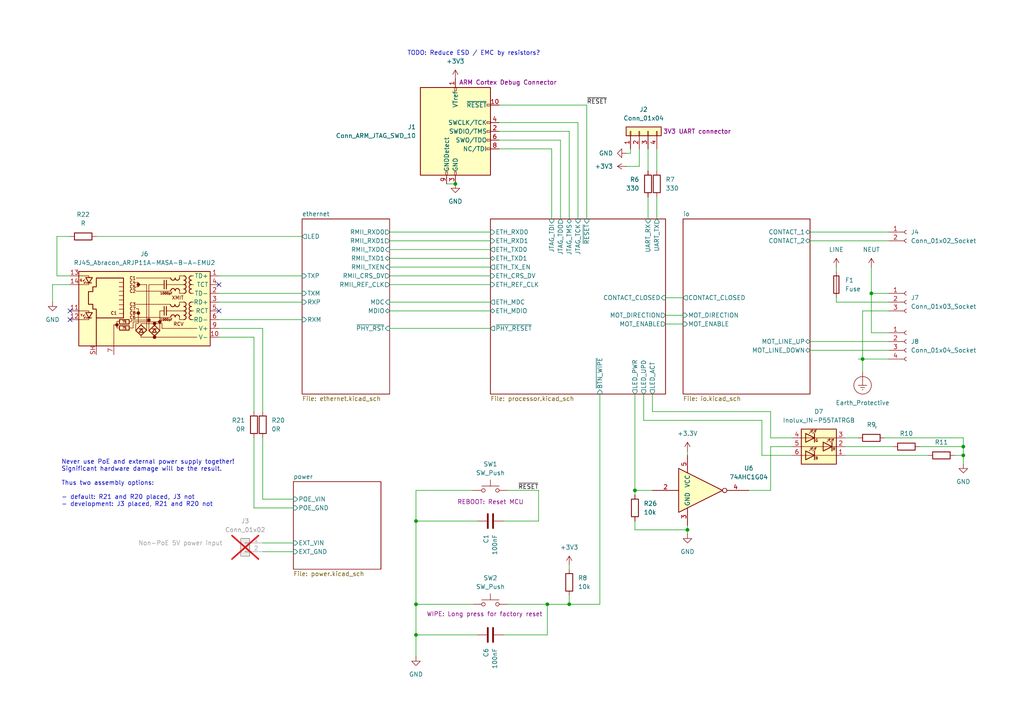
<source format=kicad_sch>
(kicad_sch (version 20250114) (generator "eeschema") (generator_version "9.0")
  (paper "A4")
  (title_block (title "iot-contact"))
  (lib_symbols
    (symbol "74xGxx:74AHC1G04"
      (property "Reference" "U" (at -2.54 3.81 0))
      (property "Value" "74AHC1G04" (at 0 -3.81 0))
      (symbol "74AHC1G04_0_1"
        (polyline (pts (xy -7.62 6.35) (xy -7.62 -6.35) (xy 5.08 0) (xy -7.62 6.35)) (stroke (width 0.254)) (fill (type background)))
      )
      (symbol "74AHC1G04_1_1"
        (pin input line (at -15.24 0 0) (length 7.62) (name "~") (number "2"))
        (pin power_in line (at -5.08 10.16 270) (length 5.08) (name "VCC") (number "5"))
        (pin power_in line (at -5.08 -10.16 90) (length 5.08) (name "GND") (number "3"))
        (pin output inverted (at 12.7 0 180) (length 7.62) (name "~") (number "4"))
      )
    )
    (symbol "Connector:Conn_01x02_Socket" (pin_names (offset 1.016) (hide yes))
      (property "Reference" "J" (at 0 2.54 0))
      (property "Value" "Conn_01x02_Socket" (at 0 -5.08 0))
      (symbol "Conn_01x02_Socket_1_1"
        (polyline (pts (xy -1.27 0) (xy -0.508 0)) (stroke (width 0.1524)))
        (polyline (pts (xy -1.27 -2.54) (xy -0.508 -2.54)) (stroke (width 0.1524)))
        (arc (start 0 -0.508) (mid -0.5058 0) (end 0 0.508) (stroke (width 0.1524)))
        (arc (start 0 -3.048) (mid -0.5058 -2.54) (end 0 -2.032) (stroke (width 0.1524)))
        (pin passive line (at -5.08 0 0) (length 3.81) (name "Pin_1") (number "1"))
        (pin passive line (at -5.08 -2.54 0) (length 3.81) (name "Pin_2") (number "2"))
      )
    )
    (symbol "Connector:Conn_01x03_Socket" (pin_names (offset 1.016) (hide yes))
      (property "Reference" "J" (at 0 5.08 0))
      (property "Value" "Conn_01x03_Socket" (at 0 -5.08 0))
      (symbol "Conn_01x03_Socket_1_1"
        (polyline (pts (xy -1.27 2.54) (xy -0.508 2.54)) (stroke (width 0.1524)))
        (polyline (pts (xy -1.27 0) (xy -0.508 0)) (stroke (width 0.1524)))
        (polyline (pts (xy -1.27 -2.54) (xy -0.508 -2.54)) (stroke (width 0.1524)))
        (arc (start 0 2.032) (mid -0.5058 2.54) (end 0 3.048) (stroke (width 0.1524)))
        (arc (start 0 -0.508) (mid -0.5058 0) (end 0 0.508) (stroke (width 0.1524)))
        (arc (start 0 -3.048) (mid -0.5058 -2.54) (end 0 -2.032) (stroke (width 0.1524)))
        (pin passive line (at -5.08 2.54 0) (length 3.81) (name "Pin_1") (number "1"))
        (pin passive line (at -5.08 0 0) (length 3.81) (name "Pin_2") (number "2"))
        (pin passive line (at -5.08 -2.54 0) (length 3.81) (name "Pin_3") (number "3"))
      )
    )
    (symbol "Connector:Conn_01x04_Socket" (pin_names (offset 1.016) (hide yes))
      (property "Reference" "J" (at 0 5.08 0))
      (property "Value" "Conn_01x04_Socket" (at 0 -7.62 0))
      (symbol "Conn_01x04_Socket_1_1"
        (polyline (pts (xy -1.27 2.54) (xy -0.508 2.54)) (stroke (width 0.1524)))
        (polyline (pts (xy -1.27 0) (xy -0.508 0)) (stroke (width 0.1524)))
        (polyline (pts (xy -1.27 -2.54) (xy -0.508 -2.54)) (stroke (width 0.1524)))
        (polyline (pts (xy -1.27 -5.08) (xy -0.508 -5.08)) (stroke (width 0.1524)))
        (arc (start 0 2.032) (mid -0.5058 2.54) (end 0 3.048) (stroke (width 0.1524)))
        (arc (start 0 -0.508) (mid -0.5058 0) (end 0 0.508) (stroke (width 0.1524)))
        (arc (start 0 -3.048) (mid -0.5058 -2.54) (end 0 -2.032) (stroke (width 0.1524)))
        (arc (start 0 -5.588) (mid -0.5058 -5.08) (end 0 -4.572) (stroke (width 0.1524)))
        (pin passive line (at -5.08 2.54 0) (length 3.81) (name "Pin_1") (number "1"))
        (pin passive line (at -5.08 0 0) (length 3.81) (name "Pin_2") (number "2"))
        (pin passive line (at -5.08 -2.54 0) (length 3.81) (name "Pin_3") (number "3"))
        (pin passive line (at -5.08 -5.08 0) (length 3.81) (name "Pin_4") (number "4"))
      )
    )
    (symbol "Connector:Conn_ARM_JTAG_SWD_10" (pin_names (offset 1.016))
      (property "Reference" "J" (at -2.54 16.51 0))
      (property "Value" "Conn_ARM_JTAG_SWD_10" (at -2.54 13.97 0))
      (symbol "Conn_ARM_JTAG_SWD_10_0_1"
        (rectangle (start -10.16 12.7) (end 10.16 -12.7) (stroke (width 0.254)) (fill (type background)))
        (rectangle (start -2.794 -12.7) (end -2.286 -11.684))
        (rectangle (start -0.254 12.7) (end 0.254 11.684))
        (rectangle (start -0.254 -12.7) (end 0.254 -11.684))
        (rectangle (start 9.144 2.286) (end 10.16 2.794))
        (rectangle (start 10.16 7.874) (end 9.144 7.366))
        (rectangle (start 10.16 -0.254) (end 9.144 0.254))
        (rectangle (start 10.16 -2.794) (end 9.144 -2.286))
      )
      (symbol "Conn_ARM_JTAG_SWD_10_1_1"
        (rectangle (start 9.144 -5.334) (end 10.16 -4.826))
        (pin no_connect line (at -10.16 0 0) (length 2.54) (hide yes) (name "KEY") (number "7"))
        (pin passive line (at -2.54 -15.24 90) (length 2.54) (name "GNDDetect") (number "9"))
        (pin power_in line (at 0 15.24 270) (length 2.54) (name "VTref") (number "1"))
        (pin power_in line (at 0 -15.24 90) (length 2.54) (name "GND") (number "3"))
        (pin passive line (at 0 -15.24 90) (length 2.54) (hide yes) (name "GND") (number "5"))
        (pin open_collector line (at 12.7 7.62 180) (length 2.54) (name "~{RESET}") (number "10"))
        (pin output line (at 12.7 2.54 180) (length 2.54) (name "SWCLK/TCK") (number "4"))
        (pin bidirectional line (at 12.7 0 180) (length 2.54) (name "SWDIO/TMS") (number "2"))
        (pin input line (at 12.7 -2.54 180) (length 2.54) (name "SWO/TDO") (number "6"))
        (pin output line (at 12.7 -5.08 180) (length 2.54) (name "NC/TDI") (number "8"))
      )
    )
    (symbol "Connector:RJ45_Abracon_ARJP11A-MASA-B-A-EMU2"
      (property "Reference" "J" (at 18.415 12.7 0))
      (property "Value" "RJ45_Abracon_ARJP11A-MASA-B-A-EMU2" (at -4.445 12.7 0))
      (symbol "RJ45_Abracon_ARJP11A-MASA-B-A-EMU2_0_0"
        (polyline (pts (xy -5.08 8.89) (xy -5.08 6.35)) (stroke (width 0.254)))
        (polyline (pts (xy -5.08 1.27) (xy -5.08 -1.27)) (stroke (width 0.254)))
        (polyline (pts (xy -4.445 8.89) (xy -4.445 6.35)) (stroke (width 0.254)))
        (polyline (pts (xy -4.445 1.27) (xy -4.445 -1.27)) (stroke (width 0.254)))
        (circle (center -3.175 -3.175) (radius 0.0001) (stroke (width 0.508)))
        (circle (center -1.651 -3.683) (radius 0.0001) (stroke (width 0.508)))
        (circle (center -1.651 -7.62) (radius 0.0001) (stroke (width 0.508)))
        (circle (center 0 -2.667) (radius 0.0001) (stroke (width 0.508)))
        (circle (center 3.048 7.62) (radius 0.0001) (stroke (width 0.508)))
        (circle (center 3.048 -0.635) (radius 0.0001) (stroke (width 0.508)))
        (polyline (pts (xy 3.683 8.255) (xy 3.048 8.255) (xy 3.048 6.985) (xy 3.683 6.985)))
        (polyline (pts (xy 3.683 0.635) (xy 3.048 0.635) (xy 3.048 -0.635) (xy 3.683 -0.635)))
        (polyline (pts (xy 8.636 -4.953) (xy 9.271 -4.953) (xy 9.271 -3.048) (xy 8.636 -3.048)))
        (polyline (pts (xy 9.271 -4.064) (xy 10.16 -4.064)))
        (circle (center 9.271 -4.064) (radius 0.0001) (stroke (width 0.508)))
        (polyline (pts (xy 17.399 9.652) (xy 17.399 10.16) (xy 20.32 10.16)))
        (polyline (pts (xy 17.399 -0.508) (xy 17.399 0) (xy 20.32 0)))
        (polyline (pts (xy 20.32 7.62) (xy 17.399 7.62) (xy 17.399 8.128)))
        (polyline (pts (xy 20.32 -2.54) (xy 17.399 -2.54) (xy 17.399 -2.032)))
        (text "XMIT" (at -10.16 3.81 0) (effects (font (size 1.016 1.016)) (justify left)))
        (text "RCV" (at -10.16 -3.81 0) (effects (font (size 1.016 1.016)) (justify left)))
        (text "C1" (at 4.699 9.525 0) (effects (font (size 0.889 0.889))))
        (text "C4" (at 4.699 8.255 0) (effects (font (size 0.889 0.889))))
        (text "C5" (at 4.699 6.985 0) (effects (font (size 0.889 0.889))))
        (text "C2" (at 4.699 5.715 0) (effects (font (size 0.889 0.889))))
        (text "C3" (at 4.699 1.905 0) (effects (font (size 0.889 0.889))))
        (text "C7" (at 4.699 0.635 0) (effects (font (size 0.889 0.889))))
        (text "C8" (at 4.699 -0.635 0) (effects (font (size 0.889 0.889))))
        (text "C6" (at 4.699 -1.905 0) (effects (font (size 0.889 0.889))))
        (text "C1" (at 10.16 -0.635 0) (effects (font (size 0.889 0.889))))
      )
      (symbol "RJ45_Abracon_ARJP11A-MASA-B-A-EMU2_0_1"
        (rectangle (start -17.78 11.43) (end 20.32 -10.16) (stroke (width 0.254)) (fill (type background)))
        (polyline (pts (xy -12.3163 10.16) (xy -12.9513 10.16)))
        (polyline (pts (xy -12.3163 7.62) (xy -12.9513 7.62)))
        (polyline (pts (xy -12.3163 5.08) (xy -12.9513 5.08)))
        (polyline (pts (xy -12.3163 2.54) (xy -12.9513 2.54)))
        (polyline (pts (xy -12.3163 0) (xy -12.9513 0)))
        (polyline (pts (xy -12.3163 -2.54) (xy -12.9513 -2.54)))
        (polyline (pts (xy -10.16 10.16) (xy -8.89 10.16) (xy -8.89 9.525)))
        (polyline (pts (xy -10.16 2.54) (xy -8.89 2.54) (xy -8.89 1.905)))
        (polyline (pts (xy -8.89 5.715) (xy -8.89 5.08) (xy -10.16 5.08)))
        (polyline (pts (xy -8.89 -1.905) (xy -8.89 -2.54) (xy -10.16 -2.54)))
        (polyline (pts (xy -6.35 9.525) (xy 3.683 9.525)))
        (polyline (pts (xy -6.35 5.715) (xy 3.683 5.715)))
        (polyline (pts (xy -6.35 -1.905) (xy 3.683 -1.905)))
        (polyline (pts (xy -6.223 1.905) (xy 3.683 1.905)))
        (polyline (pts (xy -5.08 7.62) (xy -10.16 7.62)))
        (polyline (pts (xy -5.08 0) (xy -10.16 0)))
        (polyline (pts (xy -4.445 7.62) (xy 0 7.62) (xy 0 -5.715)))
        (polyline (pts (xy -4.445 0) (xy -3.175 0) (xy -3.175 -5.715)))
        (polyline (pts (xy 7.366 5.715) (xy 8.636 5.715)))
        (polyline (pts (xy 7.366 4.445) (xy 8.636 4.445)))
        (polyline (pts (xy 7.366 3.175) (xy 8.636 3.175)))
        (polyline (pts (xy 7.366 1.778) (xy 8.636 1.778)))
        (polyline (pts (xy 7.366 0.508) (xy 8.636 0.508)))
        (polyline (pts (xy 8.636 8.255) (xy 7.366 8.255)))
        (polyline (pts (xy 8.636 6.985) (xy 7.366 6.985)))
        (polyline (pts (xy 8.636 -0.762) (xy 7.366 -0.762)))
      )
      (symbol "RJ45_Abracon_ARJP11A-MASA-B-A-EMU2_1_0"
        (text "1000pF" (at -5.08 5.08 0) (effects (font (size 0.635 0.635))))
        (text "1000pF" (at -5.08 -2.54 0) (effects (font (size 0.635 0.635))))
      )
      (symbol "RJ45_Abracon_ARJP11A-MASA-B-A-EMU2_1_1"
        (polyline (pts (xy -13.97 -5.08) (xy -3.81 -5.08)))
        (polyline (pts (xy -13.97 -7.62) (xy 2.286 -7.62)))
        (arc (start -12.3163 2.54) (mid -11.684 1.905) (end -12.3163 1.27) (stroke (width 0.254)))
        (arc (start -12.3136 10.16) (mid -11.6813 9.525) (end -12.3136 8.89) (stroke (width 0.254)))
        (arc (start -12.3136 1.27) (mid -11.6813 0.635) (end -12.3136 0) (stroke (width 0.254)))
        (arc (start -12.3136 0) (mid -11.6813 -0.635) (end -12.3136 -1.27) (stroke (width 0.254)))
        (arc (start -12.3136 -1.27) (mid -11.6813 -1.905) (end -12.3136 -2.54) (stroke (width 0.254)))
        (arc (start -12.3109 8.89) (mid -11.6786 8.255) (end -12.3109 7.62) (stroke (width 0.254)))
        (arc (start -12.3109 7.62) (mid -11.6786 6.985) (end -12.3109 6.35) (stroke (width 0.254)))
        (arc (start -12.3109 6.35) (mid -11.6786 5.715) (end -12.3109 5.08) (stroke (width 0.254)))
        (arc (start -10.1654 8.89) (mid -10.7977 9.525) (end -10.1654 10.16) (stroke (width 0.254)))
        (arc (start -10.1654 7.62) (mid -10.7977 8.255) (end -10.1654 8.89) (stroke (width 0.254)))
        (arc (start -10.1654 6.35) (mid -10.7977 6.985) (end -10.1654 7.62) (stroke (width 0.254)))
        (arc (start -10.1654 1.27) (mid -10.7977 1.905) (end -10.1654 2.54) (stroke (width 0.254)))
        (arc (start -10.1654 0) (mid -10.7977 0.635) (end -10.1654 1.27) (stroke (width 0.254)))
        (arc (start -10.1654 -1.27) (mid -10.7977 -0.635) (end -10.1654 0) (stroke (width 0.254)))
        (arc (start -10.1627 5.08) (mid -10.795 5.715) (end -10.1627 6.35) (stroke (width 0.254)))
        (arc (start -10.1627 -2.54) (mid -10.795 -1.905) (end -10.1627 -1.27) (stroke (width 0.254)))
        (arc (start -7.62 9.5223) (mid -8.255 8.89) (end -8.89 9.5223) (stroke (width 0.254)))
        (arc (start -8.89 5.8447) (mid -8.255 6.477) (end -7.62 5.8447) (stroke (width 0.254)))
        (arc (start -8.89 -1.7753) (mid -8.255 -1.143) (end -7.62 -1.7753) (stroke (width 0.254)))
        (arc (start -7.5565 1.8388) (mid -8.1915 1.2065) (end -8.8265 1.8388) (stroke (width 0.254)))
        (arc (start -6.35 9.525) (mid -6.985 8.8927) (end -7.62 9.525) (stroke (width 0.254)))
        (arc (start -7.62 5.8474) (mid -6.985 6.4797) (end -6.35 5.8474) (stroke (width 0.254)))
        (arc (start -7.62 -1.7726) (mid -6.985 -1.1403) (end -6.35 -1.7726) (stroke (width 0.254)))
        (arc (start -6.2865 1.8415) (mid -6.9215 1.2092) (end -7.5565 1.8415) (stroke (width 0.254)))
        (polyline (pts (xy -3.81 -5.08) (xy -3.81 -3.683) (xy -1.651 -3.683)))
        (polyline (pts (xy -2.159 -5.207) (xy -1.016 -5.207)) (stroke (width 0.254)))
        (polyline (pts (xy -2.159 -6.223) (xy -1.016 -6.223) (xy -1.651 -5.207) (xy -2.159 -6.223)) (stroke (width 0.254)))
        (polyline (pts (xy -1.905 -3.683) (xy -1.651 -3.683) (xy -1.651 -4.191)))
        (polyline (pts (xy -1.651 -3.683) (xy 2.286 -3.683) (xy 2.286 -4.064)))
        (polyline (pts (xy -1.651 -4.191) (xy -3.175 -5.715) (xy -1.651 -7.239) (xy 0 -5.715) (xy -1.651 -4.191)) (stroke (width 0.254)))
        (polyline (pts (xy -1.651 -7.239) (xy -1.651 -7.493)))
        (polyline (pts (xy 1.651 -5.207) (xy 2.794 -5.207)) (stroke (width 0.254)))
        (polyline (pts (xy 1.651 -6.223) (xy 2.794 -6.223) (xy 2.159 -5.207) (xy 1.651 -6.223)) (stroke (width 0.254)))
        (polyline (pts (xy 2.286 -4.064) (xy 0.635 -5.588) (xy 2.286 -7.112) (xy 3.81 -5.715) (xy 2.286 -4.064)) (stroke (width 0.254)))
        (polyline (pts (xy 2.286 -7.112) (xy 2.286 -7.62)))
        (polyline (pts (xy 3.048 7.62) (xy 0.635 7.62) (xy 0.635 -5.588)))
        (polyline (pts (xy 3.048 -0.508) (xy 3.048 -3.683) (xy 3.81 -3.683) (xy 3.81 -5.715)))
        (polyline (pts (xy 5.715 -3.175) (xy 5.08 -3.175) (xy 5.08 -2.667) (xy 0 -2.667)))
        (polyline (pts (xy 5.715 -4.953) (xy 4.572 -4.953) (xy 4.572 -3.175) (xy -3.175 -3.175)))
        (polyline (pts (xy 7.366 -2.032) (xy 7.366 9.525) (xy 15.24 9.525) (xy 15.24 6.985) (xy 16.256 6.985) (xy 16.256 5.588) (xy 17.526 5.588) (xy 17.526 1.905) (xy 16.256 1.905) (xy 16.256 0.508) (xy 15.24 0.508) (xy 15.24 -2.032) (xy 7.366 -2.032)) (stroke (width 0.254)))
        (rectangle (start 8.509 -3.81) (end 5.715 -2.54) (stroke (width 0.254)))
        (rectangle (start 8.509 -5.588) (end 5.715 -4.318) (stroke (width 0.254)))
        (polyline (pts (xy 10.16 -4.064) (xy 10.16 -10.16)))
        (polyline (pts (xy 15.24 -10.16) (xy 15.24 -2.032)) (stroke (width 0.254)))
        (polyline (pts (xy 18.161 8.128) (xy 16.637 8.128)) (stroke (width 0.254)))
        (polyline (pts (xy 18.161 -2.032) (xy 16.637 -2.032)) (stroke (width 0.254)))
        (polyline (pts (xy 18.288 9.652) (xy 16.383 9.652) (xy 17.399 8.128) (xy 18.288 9.652)) (stroke (width 0.254)))
        (polyline (pts (xy 18.288 8.509) (xy 18.796 8.001) (xy 18.542 8.001)))
        (polyline (pts (xy 18.288 -0.508) (xy 16.383 -0.508) (xy 17.399 -2.032) (xy 18.288 -0.508)) (stroke (width 0.254)))
        (polyline (pts (xy 18.288 -1.651) (xy 18.796 -2.159) (xy 18.542 -2.159)))
        (polyline (pts (xy 18.542 9.144) (xy 19.05 8.636) (xy 18.796 8.636)))
        (polyline (pts (xy 18.542 -1.016) (xy 19.05 -1.524) (xy 18.796 -1.524)))
        (polyline (pts (xy 18.796 8.001) (xy 18.796 8.255)))
        (polyline (pts (xy 18.796 -2.159) (xy 18.796 -1.905)))
        (polyline (pts (xy 19.05 8.636) (xy 19.05 8.89)))
        (polyline (pts (xy 19.05 -1.524) (xy 19.05 -1.27)))
        (text "75" (at 7.112 -3.175 0) (effects (font (size 0.635 0.635))))
        (text "75" (at 7.112 -4.953 0) (effects (font (size 0.635 0.635))))
        (text "Y" (at 19.558 -1.27 0) (effects (font (size 0.635 0.635))))
        (text "G" (at 19.685 8.89 0) (effects (font (size 0.635 0.635))))
        (pin passive line (at -20.32 10.16 0) (length 2.54) (name "TD+") (number "1"))
        (pin passive line (at -20.32 7.62 0) (length 2.54) (name "TCT") (number "4"))
        (pin passive line (at -20.32 5.08 0) (length 2.54) (name "TD-") (number "2"))
        (pin passive line (at -20.32 2.54 0) (length 2.54) (name "RD+") (number "3"))
        (pin passive line (at -20.32 0 0) (length 2.54) (name "RCT") (number "5"))
        (pin passive line (at -20.32 -2.54 0) (length 2.54) (name "RD-") (number "6"))
        (pin power_out line (at -20.32 -5.08 0) (length 2.54) (name "V+") (number "9"))
        (pin power_out line (at -20.32 -7.62 0) (length 2.54) (name "V-") (number "10"))
        (pin power_in line (at 10.16 -12.7 90) (length 2.54) (name "") (number "7"))
        (pin passive line (at 15.24 -12.7 90) (length 2.54) (name "") (number "SH"))
        (pin no_connect line (at 20.32 5.08 0) (length 0) (hide yes) (name "NC") (number "8"))
        (pin passive line (at 22.86 10.16 180) (length 2.54) (name "") (number "13"))
        (pin passive line (at 22.86 7.62 180) (length 2.54) (name "") (number "14"))
        (pin passive line (at 22.86 0 180) (length 2.54) (name "") (number "11"))
        (pin passive line (at 22.86 -2.54 180) (length 2.54) (name "") (number "12"))
      )
    )
    (symbol "Connector_Generic:Conn_01x02" (pin_names (offset 1.016) (hide yes))
      (property "Reference" "J" (at 0 2.54 0))
      (property "Value" "Conn_01x02" (at 0 -5.08 0))
      (symbol "Conn_01x02_1_1"
        (rectangle (start -1.27 1.27) (end 1.27 -3.81) (stroke (width 0.254)) (fill (type background)))
        (rectangle (start -1.27 0.127) (end 0 -0.127) (stroke (width 0.1524)))
        (rectangle (start -1.27 -2.413) (end 0 -2.667) (stroke (width 0.1524)))
        (pin passive line (at -5.08 0 0) (length 3.81) (name "Pin_1") (number "1"))
        (pin passive line (at -5.08 -2.54 0) (length 3.81) (name "Pin_2") (number "2"))
      )
    )
    (symbol "Connector_Generic:Conn_01x04" (pin_names (offset 1.016) (hide yes))
      (property "Reference" "J" (at 0 5.08 0))
      (property "Value" "Conn_01x04" (at 0 -7.62 0))
      (symbol "Conn_01x04_1_1"
        (rectangle (start -1.27 3.81) (end 1.27 -6.35) (stroke (width 0.254)) (fill (type background)))
        (rectangle (start -1.27 2.667) (end 0 2.413) (stroke (width 0.1524)))
        (rectangle (start -1.27 0.127) (end 0 -0.127) (stroke (width 0.1524)))
        (rectangle (start -1.27 -2.413) (end 0 -2.667) (stroke (width 0.1524)))
        (rectangle (start -1.27 -4.953) (end 0 -5.207) (stroke (width 0.1524)))
        (pin passive line (at -5.08 2.54 0) (length 3.81) (name "Pin_1") (number "1"))
        (pin passive line (at -5.08 0 0) (length 3.81) (name "Pin_2") (number "2"))
        (pin passive line (at -5.08 -2.54 0) (length 3.81) (name "Pin_3") (number "3"))
        (pin passive line (at -5.08 -5.08 0) (length 3.81) (name "Pin_4") (number "4"))
      )
    )
    (symbol "Device:C" (pin_numbers (hide yes)) (pin_names (offset 0.254))
      (property "Reference" "C" (at 0.635 2.54 0))
      (property "Value" "C" (at 0.635 -2.54 0))
      (symbol "C_0_1"
        (polyline (pts (xy -2.032 0.762) (xy 2.032 0.762)) (stroke (width 0.508)))
        (polyline (pts (xy -2.032 -0.762) (xy 2.032 -0.762)) (stroke (width 0.508)))
      )
      (symbol "C_1_1"
        (pin passive line (at 0 3.81 270) (length 2.794) (name "~") (number "1"))
        (pin passive line (at 0 -3.81 90) (length 2.794) (name "~") (number "2"))
      )
    )
    (symbol "Device:Fuse" (pin_numbers (hide yes)) (pin_names (offset 0))
      (property "Reference" "F" (at 2.032 0 90))
      (property "Value" "Fuse" (at -1.905 0 90))
      (symbol "Fuse_0_1"
        (rectangle (start -0.762 -2.54) (end 0.762 2.54) (stroke (width 0.254)))
        (polyline (pts (xy 0 2.54) (xy 0 -2.54)))
      )
      (symbol "Fuse_1_1"
        (pin passive line (at 0 3.81 270) (length 1.27) (name "~") (number "1"))
        (pin passive line (at 0 -3.81 90) (length 1.27) (name "~") (number "2"))
      )
    )
    (symbol "Device:R" (pin_numbers (hide yes)) (pin_names (offset 0))
      (property "Reference" "R" (at 2.032 0 90))
      (property "Value" "R" (at 0 0 90))
      (symbol "R_0_1"
        (rectangle (start -1.016 -2.54) (end 1.016 2.54) (stroke (width 0.254)))
      )
      (symbol "R_1_1"
        (pin passive line (at 0 3.81 270) (length 1.27) (name "~") (number "1"))
        (pin passive line (at 0 -3.81 90) (length 1.27) (name "~") (number "2"))
      )
    )
    (symbol "LED:Inolux_IN-P55TATRGB" (pin_names (hide yes))
      (property "Reference" "D" (at -5.08 6.35 0))
      (property "Value" "Inolux_IN-P55TATRGB" (at -5.08 -6.35 0))
      (symbol "Inolux_IN-P55TATRGB_0_0"
        (text "B" (at -0.635 -3.3274 0) (effects (font (size 0.762 0.762))))
      )
      (symbol "Inolux_IN-P55TATRGB_0_1"
        (rectangle (start -5.08 5.08) (end 5.08 -5.08) (stroke (width 0.254)) (fill (type background)))
        (polyline (pts (xy -5.08 2.54) (xy 5.08 2.54)))
        (polyline (pts (xy -5.08 0) (xy 5.08 0)))
        (polyline (pts (xy -5.08 -2.54) (xy 5.08 -2.54)))
        (polyline (pts (xy -3.81 3.81) (xy -3.81 1.27) (xy -1.27 2.54) (xy -3.81 3.81)) (stroke (width 0.254)))
        (polyline (pts (xy -3.81 -1.27) (xy -3.81 -3.81) (xy -1.27 -2.54) (xy -3.81 -1.27)) (stroke (width 0.254)))
        (polyline (pts (xy -2.794 3.81) (xy -1.778 4.826)))
        (polyline (pts (xy -2.794 -1.27) (xy -1.778 -0.254)))
        (polyline (pts (xy -2.54 4.572) (xy -1.778 4.826) (xy -2.032 4.064)))
        (polyline (pts (xy -2.032 -1.016) (xy -1.778 -0.254) (xy -2.54 -0.508)))
        (polyline (pts (xy -1.778 3.81) (xy -0.762 4.826)))
        (polyline (pts (xy -1.778 -1.27) (xy -0.762 -0.254)))
        (polyline (pts (xy -1.524 4.572) (xy -0.762 4.826) (xy -1.016 4.064)))
        (polyline (pts (xy -1.524 -0.508) (xy -0.762 -0.254) (xy -1.016 -1.016)))
        (polyline (pts (xy -1.27 3.81) (xy -1.27 1.27)) (stroke (width 0.254)))
        (polyline (pts (xy -1.27 -1.27) (xy -1.27 -3.81)) (stroke (width 0.254)))
        (polyline (pts (xy 1.27 1.27) (xy 1.27 -1.27) (xy 3.81 0) (xy 1.27 1.27)) (stroke (width 0.254)))
        (polyline (pts (xy 2.286 1.27) (xy 3.302 2.286)))
        (polyline (pts (xy 3.048 1.524) (xy 3.302 2.286) (xy 2.54 2.032)))
        (polyline (pts (xy 3.302 1.27) (xy 4.318 2.286)))
        (polyline (pts (xy 3.556 2.032) (xy 4.318 2.286) (xy 4.064 1.524)))
        (polyline (pts (xy 3.81 1.27) (xy 3.81 -1.27)) (stroke (width 0.254)))
      )
      (symbol "Inolux_IN-P55TATRGB_1_0"
        (text "G" (at -0.635 1.8034 0) (effects (font (size 0.762 0.762))))
        (text "R" (at 4.4196 -0.7112 0) (effects (font (size 0.762 0.762))))
      )
      (symbol "Inolux_IN-P55TATRGB_1_1"
        (pin passive line (at -7.62 2.54 0) (length 2.54) (name "AG") (number "4"))
        (pin passive line (at -7.62 0 0) (length 2.54) (name "AR") (number "5"))
        (pin passive line (at -7.62 -2.54 0) (length 2.54) (name "AB") (number "6"))
        (pin passive line (at 7.62 2.54 180) (length 2.54) (name "KG") (number "3"))
        (pin passive line (at 7.62 0 180) (length 2.54) (name "KR") (number "2"))
        (pin passive line (at 7.62 -2.54 180) (length 2.54) (name "KB") (number "1"))
      )
    )
    (symbol "Switch:SW_Push" (pin_numbers (hide yes)) (pin_names (offset 1.016) (hide yes))
      (property "Reference" "SW" (at 1.27 2.54 0))
      (property "Value" "SW_Push" (at 0 -1.524 0))
      (symbol "SW_Push_0_1"
        (circle (center -2.032 0) (radius 0.508))
        (polyline (pts (xy 0 1.27) (xy 0 3.048)))
        (circle (center 2.032 0) (radius 0.508))
        (polyline (pts (xy 2.54 1.27) (xy -2.54 1.27)))
        (pin passive line (at -5.08 0 0) (length 2.54) (name "1") (number "1"))
        (pin passive line (at 5.08 0 180) (length 2.54) (name "2") (number "2"))
      )
    )
    (symbol "power:+3.3V" (power) (pin_numbers (hide yes)) (pin_names (offset 0) (hide yes))
      (property "Value" "+3.3V" (at 0 3.556 0))
      (symbol "+3.3V_0_1"
        (polyline (pts (xy -0.762 1.27) (xy 0 2.54)))
        (polyline (pts (xy 0 2.54) (xy 0.762 1.27)))
        (polyline (pts (xy 0 0) (xy 0 2.54)))
      )
      (symbol "+3.3V_1_1"
        (pin power_in line (at 0 0 90) (length 0) (name "~") (number "1"))
      )
    )
    (symbol "power:+3V3" (power) (pin_numbers (hide yes)) (pin_names (offset 0) (hide yes))
      (property "Value" "+3V3" (at 0 3.556 0))
      (symbol "+3V3_0_1"
        (polyline (pts (xy -0.762 1.27) (xy 0 2.54)))
        (polyline (pts (xy 0 2.54) (xy 0.762 1.27)))
        (polyline (pts (xy 0 0) (xy 0 2.54)))
      )
      (symbol "+3V3_1_1"
        (pin power_in line (at 0 0 90) (length 0) (name "~") (number "1"))
      )
    )
    (symbol "power:Earth_Protective" (power) (pin_numbers (hide yes)) (pin_names (offset 0) (hide yes))
      (property "Value" "Earth_Protective" (at 0 -7.62 0))
      (symbol "Earth_Protective_0_1"
        (polyline (pts (xy -0.635 -4.445) (xy 0.635 -4.445)))
        (polyline (pts (xy -0.127 -5.08) (xy 0.127 -5.08)))
        (polyline (pts (xy 0 -3.81) (xy 0 0)))
        (circle (center 0 -3.81) (radius 2.54))
        (polyline (pts (xy 1.27 -3.81) (xy -1.27 -3.81)))
      )
      (symbol "Earth_Protective_1_1"
        (pin power_in line (at 0 0 270) (length 0) (name "~") (number "1"))
      )
    )
    (symbol "power:GND" (power) (pin_numbers (hide yes)) (pin_names (offset 0) (hide yes))
      (property "Value" "GND" (at 0 -3.81 0))
      (symbol "GND_0_1"
        (polyline (pts (xy 0 0) (xy 0 -1.27) (xy 1.27 -1.27) (xy 0 -2.54) (xy -1.27 -1.27) (xy 0 -1.27)))
      )
      (symbol "GND_1_1"
        (pin power_in line (at 0 0 270) (length 0) (name "~") (number "1"))
      )
    )
    (symbol "power:LINE" (power) (pin_numbers (hide yes)) (pin_names (offset 0) (hide yes))
      (property "Value" "LINE" (at 0 3.556 0))
      (symbol "LINE_0_1"
        (polyline (pts (xy -0.762 1.27) (xy 0 2.54)))
        (polyline (pts (xy 0 2.54) (xy 0.762 1.27)))
        (polyline (pts (xy 0 0) (xy 0 2.54)))
      )
      (symbol "LINE_1_1"
        (pin power_in line (at 0 0 90) (length 0) (name "~") (number "1"))
      )
    )
    (symbol "power:NEUT" (power) (pin_numbers (hide yes)) (pin_names (offset 0) (hide yes))
      (property "Value" "NEUT" (at 0 3.556 0))
      (symbol "NEUT_0_1"
        (polyline (pts (xy -0.762 1.27) (xy 0 2.54)))
        (polyline (pts (xy 0 2.54) (xy 0.762 1.27)))
        (polyline (pts (xy 0 0) (xy 0 2.54)))
      )
      (symbol "NEUT_1_1"
        (pin power_in line (at 0 0 90) (length 0) (name "~") (number "1"))
      )
    )
  )
  (text "Never use PoE and external power supply together!\nSignificant hardware damage will be the result.\n\nThus two assembly options:\n\n- default: R21 and R20 placed, J3 not\n- development: J3 placed, R21 and R20 not" (at 17.78 140.208 0) (effects (font (size 1.27 1.27)) (justify left)))
  (text "TODO: Reduce ESD / EMC by resistors?" (at 137.414 15.494 0) (effects (font (size 1.27 1.27))))
  (junction (at 199.39 153.67))
  (junction (at 120.65 184.15))
  (junction (at 250.19 104.14))
  (junction (at 120.65 175.26))
  (junction (at 279.4 129.54))
  (junction (at 165.1 175.26))
  (junction (at 184.15 142.24))
  (junction (at 120.65 151.13))
  (junction (at 158.75 175.26))
  (junction (at 279.4 132.08))
  (junction (at 252.73 85.09))
  (junction (at 132.08 53.34))
  (no_connect (at 63.5 90.17))
  (no_connect (at 63.5 82.55))
  (no_connect (at 20.32 90.17))
  (no_connect (at 20.32 92.71))
  (wire (pts (xy 162.56 40.64) (xy 162.56 63.5)))
  (wire (pts (xy 184.15 142.24) (xy 189.23 142.24)))
  (wire (pts (xy 190.5 57.15) (xy 190.5 63.5)))
  (wire (pts (xy 220.98 121.92) (xy 220.98 132.08)))
  (wire (pts (xy 120.65 175.26) (xy 137.16 175.26)))
  (wire (pts (xy 120.65 175.26) (xy 120.65 184.15)))
  (wire (pts (xy 234.95 99.06) (xy 257.81 99.06)))
  (wire (pts (xy 257.81 96.52) (xy 252.73 96.52)))
  (wire (pts (xy 113.03 69.85) (xy 142.24 69.85)))
  (wire (pts (xy 76.2 127) (xy 76.2 144.78)))
  (wire (pts (xy 217.17 142.24) (xy 223.52 142.24)))
  (wire (pts (xy 223.52 127) (xy 229.87 127)))
  (wire (pts (xy 250.19 104.14) (xy 248.92 104.14)))
  (wire (pts (xy 234.95 67.31) (xy 257.81 67.31)))
  (wire (pts (xy 113.03 74.93) (xy 142.24 74.93)))
  (wire (pts (xy 266.7 129.54) (xy 279.4 129.54)))
  (wire (pts (xy 146.05 151.13) (xy 156.21 151.13)))
  (wire (pts (xy 185.42 48.26) (xy 181.61 48.26)))
  (wire (pts (xy 158.75 184.15) (xy 158.75 175.26)))
  (wire (pts (xy 245.11 127) (xy 248.92 127)))
  (wire (pts (xy 199.39 153.67) (xy 199.39 154.94)))
  (wire (pts (xy 147.32 175.26) (xy 158.75 175.26)))
  (wire (pts (xy 113.03 95.25) (xy 142.24 95.25)))
  (wire (pts (xy 220.98 132.08) (xy 229.87 132.08)))
  (wire (pts (xy 279.4 132.08) (xy 279.4 134.62)))
  (wire (pts (xy 20.32 82.55) (xy 15.24 82.55)))
  (wire (pts (xy 144.78 35.56) (xy 167.64 35.56)))
  (wire (pts (xy 165.1 175.26) (xy 158.75 175.26)))
  (wire (pts (xy 193.04 86.36) (xy 198.12 86.36)))
  (wire (pts (xy 144.78 30.48) (xy 170.18 30.48)))
  (wire (pts (xy 223.52 129.54) (xy 229.87 129.54)))
  (wire (pts (xy 170.18 30.48) (xy 170.18 63.5)))
  (wire (pts (xy 16.51 68.58) (xy 16.51 80.01)))
  (wire (pts (xy 173.99 114.3) (xy 173.99 175.26)))
  (wire (pts (xy 27.94 68.58) (xy 87.63 68.58)))
  (wire (pts (xy 120.65 142.24) (xy 120.65 151.13)))
  (wire (pts (xy 184.15 142.24) (xy 184.15 143.51)))
  (wire (pts (xy 184.15 114.3) (xy 184.15 142.24)))
  (wire (pts (xy 113.03 77.47) (xy 142.24 77.47)))
  (wire (pts (xy 223.52 119.38) (xy 223.52 127)))
  (wire (pts (xy 234.95 69.85) (xy 257.81 69.85)))
  (wire (pts (xy 186.69 114.3) (xy 186.69 121.92)))
  (wire (pts (xy 129.54 53.34) (xy 132.08 53.34)))
  (wire (pts (xy 189.23 119.38) (xy 223.52 119.38)))
  (wire (pts (xy 16.51 80.01) (xy 20.32 80.01)))
  (wire (pts (xy 144.78 40.64) (xy 162.56 40.64)))
  (wire (pts (xy 279.4 129.54) (xy 279.4 132.08)))
  (wire (pts (xy 73.66 97.79) (xy 73.66 119.38)))
  (wire (pts (xy 184.15 153.67) (xy 199.39 153.67)))
  (wire (pts (xy 276.86 132.08) (xy 279.4 132.08)))
  (wire (pts (xy 181.61 44.45) (xy 182.88 44.45)))
  (wire (pts (xy 252.73 85.09) (xy 257.81 85.09)))
  (wire (pts (xy 199.39 152.4) (xy 199.39 153.67)))
  (wire (pts (xy 187.96 57.15) (xy 187.96 63.5)))
  (wire (pts (xy 63.5 95.25) (xy 76.2 95.25)))
  (wire (pts (xy 120.65 151.13) (xy 120.65 175.26)))
  (wire (pts (xy 63.5 92.71) (xy 87.63 92.71)))
  (wire (pts (xy 189.23 114.3) (xy 189.23 119.38)))
  (wire (pts (xy 242.57 77.47) (xy 242.57 78.74)))
  (wire (pts (xy 250.19 104.14) (xy 250.19 90.17)))
  (wire (pts (xy 185.42 43.18) (xy 185.42 48.26)))
  (wire (pts (xy 252.73 85.09) (xy 252.73 96.52)))
  (wire (pts (xy 144.78 43.18) (xy 160.02 43.18)))
  (wire (pts (xy 120.65 151.13) (xy 138.43 151.13)))
  (wire (pts (xy 223.52 142.24) (xy 223.52 129.54)))
  (wire (pts (xy 165.1 163.83) (xy 165.1 165.1)))
  (wire (pts (xy 187.96 43.18) (xy 187.96 49.53)))
  (wire (pts (xy 165.1 172.72) (xy 165.1 175.26)))
  (wire (pts (xy 182.88 44.45) (xy 182.88 43.18)))
  (wire (pts (xy 120.65 184.15) (xy 120.65 190.5)))
  (wire (pts (xy 76.2 160.02) (xy 85.09 160.02)))
  (wire (pts (xy 165.1 38.1) (xy 165.1 63.5)))
  (wire (pts (xy 113.03 67.31) (xy 142.24 67.31)))
  (wire (pts (xy 256.54 127) (xy 279.4 127)))
  (wire (pts (xy 73.66 127) (xy 73.66 147.32)))
  (wire (pts (xy 63.5 97.79) (xy 73.66 97.79)))
  (wire (pts (xy 190.5 43.18) (xy 190.5 49.53)))
  (wire (pts (xy 193.04 91.44) (xy 198.12 91.44)))
  (wire (pts (xy 76.2 144.78) (xy 85.09 144.78)))
  (wire (pts (xy 113.03 80.01) (xy 142.24 80.01)))
  (wire (pts (xy 173.99 175.26) (xy 165.1 175.26)))
  (wire (pts (xy 167.64 35.56) (xy 167.64 63.5)))
  (wire (pts (xy 63.5 80.01) (xy 87.63 80.01)))
  (wire (pts (xy 184.15 151.13) (xy 184.15 153.67)))
  (wire (pts (xy 250.19 104.14) (xy 257.81 104.14)))
  (wire (pts (xy 250.19 107.95) (xy 250.19 104.14)))
  (wire (pts (xy 113.03 87.63) (xy 142.24 87.63)))
  (wire (pts (xy 113.03 90.17) (xy 142.24 90.17)))
  (wire (pts (xy 144.78 38.1) (xy 165.1 38.1)))
  (wire (pts (xy 250.19 90.17) (xy 257.81 90.17)))
  (wire (pts (xy 252.73 77.47) (xy 252.73 85.09)))
  (wire (pts (xy 160.02 43.18) (xy 160.02 63.5)))
  (wire (pts (xy 242.57 86.36) (xy 242.57 87.63)))
  (wire (pts (xy 76.2 157.48) (xy 85.09 157.48)))
  (wire (pts (xy 113.03 82.55) (xy 142.24 82.55)))
  (wire (pts (xy 120.65 142.24) (xy 137.16 142.24)))
  (wire (pts (xy 186.69 121.92) (xy 220.98 121.92)))
  (wire (pts (xy 245.11 129.54) (xy 259.08 129.54)))
  (wire (pts (xy 193.04 93.98) (xy 198.12 93.98)))
  (wire (pts (xy 73.66 147.32) (xy 85.09 147.32)))
  (wire (pts (xy 234.95 101.6) (xy 257.81 101.6)))
  (wire (pts (xy 279.4 127) (xy 279.4 129.54)))
  (wire (pts (xy 199.39 130.81) (xy 199.39 132.08)))
  (wire (pts (xy 147.32 142.24) (xy 156.21 142.24)))
  (wire (pts (xy 20.32 68.58) (xy 16.51 68.58)))
  (wire (pts (xy 146.05 184.15) (xy 158.75 184.15)))
  (wire (pts (xy 113.03 72.39) (xy 142.24 72.39)))
  (wire (pts (xy 242.57 87.63) (xy 257.81 87.63)))
  (wire (pts (xy 15.24 82.55) (xy 15.24 87.63)))
  (wire (pts (xy 76.2 95.25) (xy 76.2 119.38)))
  (wire (pts (xy 138.43 184.15) (xy 120.65 184.15)))
  (wire (pts (xy 63.5 85.09) (xy 87.63 85.09)))
  (wire (pts (xy 245.11 132.08) (xy 269.24 132.08)))
  (wire (pts (xy 156.21 151.13) (xy 156.21 142.24)))
  (wire (pts (xy 63.5 87.63) (xy 87.63 87.63)))
  (label "~{RESET}" (at 170.18 30.48 0))
  (label "~{RESET}" (at 156.21 142.24 180))
  (symbol (lib_id "Device:R") (at 273.05 132.08 270) (unit 1)
    (property "Reference" "R11" (at 273.05 128.27 90))
    (property "Description" "Resistor" (effects (hide yes)))
  )
  (symbol (lib_id "Connector:RJ45_Abracon_ARJP11A-MASA-B-A-EMU2") (at 43.18 90.17 0) (mirror y) (unit 1)
    (property "Reference" "J6" (at 41.91 73.66 0))
    (property "Value" "RJ45_Abracon_ARJP11A-MASA-B-A-EMU2" (at 41.91 76.2 0))
    (property "Footprint" "Connector_RJ:RJ45_Abracon_ARJP11A-MA_Horizontal" (effects (hide yes)))
    (property "Datasheet" "https://abracon.com/Magnetics/lan/ARJP11A.PDF" (effects (hide yes)))
    (property "Description" "RJ45 PoE 10/100 Base-TX Jack with Magnetic Module" (effects (hide yes)))
  )
  (symbol (lib_id "Switch:SW_Push") (at 142.24 142.24 0) (mirror y) (unit 1)
    (property "Reference" "SW1" (at 142.24 134.62 0))
    (property "Value" "SW_Push" (at 142.24 137.16 0))
    (property "Footprint" "Button_Switch_SMD:SW_SPST_TL3305B" (effects (hide yes)))
    (property "Datasheet" "https://www.e-switch.com/wp-content/uploads/2024/08/TL3305.pdf" (effects (hide yes)))
    (property "Description" "REBOOT: Reset MCU" (at 132.588 145.542 0) (effects (justify right)))
    (property "MPN" "TL3305BF260QG" (effects (hide yes)))
    (property "Manufacturer" "E-Switch" (effects (hide yes)))
  )
  (symbol (lib_id "Connector:Conn_01x04_Socket") (at 262.89 99.06 0) (unit 1)
    (property "Reference" "J8" (at 264.16 99.0599 0) (effects (justify left)))
    (property "Value" "Conn_01x04_Socket" (at 264.16 101.5999 0) (effects (justify left)))
    (property "Footprint" "TerminalBlock_WAGO:TerminalBlock_WAGO_236-404_1x04_P5.00mm_45Degree" (effects (hide yes)))
    (property "Description" "Generic connector, single row, 01x04, script generated" (effects (hide yes)))
  )
  (symbol (lib_id "Device:R") (at 76.2 123.19 0) (unit 1)
    (property "Reference" "R20" (at 78.74 121.9199 0) (effects (justify left)))
    (property "Value" "0R" (at 78.74 124.4599 0) (effects (justify left)))
    (property "Description" "Resistor" (effects (hide yes)))
  )
  (symbol (lib_id "Device:R") (at 190.5 53.34 0) (unit 1)
    (property "Reference" "R7" (at 193.04 52.0699 0) (effects (justify left)))
    (property "Value" "330" (at 193.04 54.6099 0) (effects (justify left)))
    (property "Description" "Resistor" (effects (hide yes)))
  )
  (symbol (lib_id "Switch:SW_Push") (at 142.24 175.26 0) (mirror y) (unit 1)
    (property "Reference" "SW2" (at 142.24 167.64 0))
    (property "Value" "SW_Push" (at 142.24 170.18 0))
    (property "Footprint" "Button_Switch_SMD:SW_SPST_TL3305B" (effects (hide yes)))
    (property "Datasheet" "https://www.e-switch.com/wp-content/uploads/2024/08/TL3305.pdf" (effects (hide yes)))
    (property "Description" "WIPE: Long press for factory reset" (at 123.698 178.054 0) (effects (justify right)))
    (property "MPN" "TL3305BF260QG" (effects (hide yes)))
    (property "Manufacturer" "E-Switch" (effects (hide yes)))
  )
  (symbol (lib_id "Connector_Generic:Conn_01x04") (at 185.42 38.1 90) (unit 1)
    (property "Reference" "J2" (at 186.69 31.75 90))
    (property "Value" "Conn_01x04" (at 186.69 34.29 90))
    (property "Footprint" "Connector_PinHeader_2.54mm:PinHeader_1x04_P2.54mm_Vertical" (effects (hide yes)))
    (property "Description" "3V3 UART connector" (at 202.184 38.1 90))
  )
  (symbol (lib_id "LED:Inolux_IN-P55TATRGB") (at 237.49 129.54 0) (unit 1)
    (property "Reference" "D7" (at 237.49 119.38 0))
    (property "Value" "Inolux_IN-P55TATRGB" (at 237.49 121.92 0))
    (property "Footprint" "LED_SMD:LED_Inolux_IN-P55TATRGB_PLCC6_5.0x5.5mm_P1.8mm" (effects (hide yes)))
    (property "Datasheet" "https://www.inolux-corp.com/datasheet/SMDLED/RGB%20Top%20View/IN-P55TATRGB.pdf" (effects (hide yes)))
    (property "Description" "Inolux RGB LED, PLCC-6" (effects (hide yes)))
  )
  (symbol (lib_id "Device:R") (at 73.66 123.19 0) (unit 1)
    (property "Reference" "R21" (at 71.12 121.9199 0) (effects (justify right)))
    (property "Value" "0R" (at 71.12 124.4599 0) (effects (justify right)))
    (property "Description" "Resistor" (effects (hide yes)))
  )
  (symbol (lib_id "74xGxx:74AHC1G04") (at 204.47 142.24 0) (unit 1)
    (property "Reference" "U6" (at 217.17 135.8198 0))
    (property "Value" "74AHC1G04" (at 217.17 138.3598 0))
    (property "Datasheet" "http://www.ti.com/lit/sg/scyt129e/scyt129e.pdf" (effects (hide yes)))
    (property "Description" "Single NOT Gate, Low-Voltage CMOS" (effects (hide yes)))
  )
  (symbol (lib_id "Connector:Conn_01x03_Socket") (at 262.89 87.63 0) (unit 1)
    (property "Reference" "J7" (at 264.16 86.3599 0) (effects (justify left)))
    (property "Value" "Conn_01x03_Socket" (at 264.16 88.8999 0) (effects (justify left)))
    (property "Footprint" "TerminalBlock_WAGO:TerminalBlock_WAGO_236-403_1x03_P5.00mm_45Degree" (effects (hide yes)))
    (property "Description" "Generic connector, single row, 01x03, script generated" (effects (hide yes)))
  )
  (symbol (lib_id "power:GND") (at 199.39 154.94 0) (unit 1)
    (property "Reference" "#PWR039" (effects (hide yes)))
    (property "Value" "GND" (at 199.39 160.02 0))
    (property "Description" "Power symbol creates a global label with name \"GND\" , ground" (effects (hide yes)))
  )
  (symbol (lib_id "Device:R") (at 165.1 168.91 0) (unit 1)
    (property "Reference" "R8" (at 167.64 167.6399 0) (effects (justify left)))
    (property "Value" "10k" (at 167.64 170.1799 0) (effects (justify left)))
    (property "Description" "Resistor" (effects (hide yes)))
  )
  (symbol (lib_id "power:NEUT") (at 252.73 77.47 0) (unit 1)
    (property "Reference" "#PWR027" (effects (hide yes)))
    (property "Value" "NEUT" (at 252.73 72.39 0))
    (property "Description" "Power symbol creates a global label with name \"NEUT\"" (effects (hide yes)))
  )
  (symbol (lib_id "Connector:Conn_ARM_JTAG_SWD_10") (at 132.08 38.1 0) (unit 1)
    (property "Reference" "J1" (at 120.65 36.8299 0) (effects (justify right)))
    (property "Value" "Conn_ARM_JTAG_SWD_10" (at 120.65 39.3699 0) (effects (justify right)))
    (property "Datasheet" "https://mm.digikey.com/Volume0/opasdata/d220001/medias/docus/6209/ftsh-1xx-xx-xxx-dv-xxx-xxx-x-xx-mkt.pdf" (effects (hide yes)))
    (property "Description" "ARM Cortex Debug Connector" (at 147.32 23.876 0))
    (property "MPN" "FTSH-105-01-L-DV-007-K-TR" (effects (hide yes)))
    (property "Manufacturer" "samtec" (effects (hide yes)))
  )
  (symbol (lib_id "power:+3.3V") (at 199.39 130.81 0) (unit 1)
    (property "Reference" "#PWR040" (effects (hide yes)))
    (property "Value" "+3.3V" (at 199.39 125.73 0))
    (property "Description" "Power symbol creates a global label with name \"+3.3V\"" (effects (hide yes)))
  )
  (symbol (lib_id "Device:Fuse") (at 242.57 82.55 0) (unit 1)
    (property "Reference" "F1" (at 245.11 81.2799 0) (effects (justify left)))
    (property "Value" "Fuse" (at 245.11 83.8199 0) (effects (justify left)))
    (property "Description" "Fuse" (effects (hide yes)))
  )
  (symbol (lib_id "Connector_Generic:Conn_01x02") (at 71.12 157.48 0) (mirror y) (unit 1) (dnp yes)
    (property "Reference" "J3" (at 71.12 151.13 0))
    (property "Value" "Conn_01x02" (at 71.12 153.67 0))
    (property "Footprint" "Connector_PinHeader_2.54mm:PinHeader_1x02_P2.54mm_Vertical" (effects (hide yes)))
    (property "Description" "Non-PoE 5V power input" (at 52.324 157.48 0))
  )
  (symbol (lib_id "power:GND") (at 120.65 190.5 0) (unit 1)
    (property "Reference" "#PWR04" (effects (hide yes)))
    (property "Value" "GND" (at 120.65 195.58 0))
    (property "Description" "Power symbol creates a global label with name \"GND\" , ground" (effects (hide yes)))
  )
  (symbol (lib_id "power:+3V3") (at 181.61 48.26 90) (unit 1)
    (property "Reference" "#PWR06" (effects (hide yes)))
    (property "Value" "+3V3" (at 177.8 48.2599 90) (effects (justify left)))
    (property "Description" "Power symbol creates a global label with name \"+3V3\"" (effects (hide yes)))
  )
  (symbol (lib_id "power:+3V3") (at 165.1 163.83 0) (unit 1)
    (property "Reference" "#PWR013" (effects (hide yes)))
    (property "Value" "+3V3" (at 165.1 158.75 0))
    (property "Description" "Power symbol creates a global label with name \"+3V3\"" (effects (hide yes)))
  )
  (symbol (lib_id "Device:R") (at 252.73 127 90) (unit 1)
    (property "Reference" "R9" (at 252.73 123.19 90))
    (property "Value" "~" (at 253.9999 124.46 0) (effects (justify left)))
    (property "Description" "Resistor" (effects (hide yes)))
  )
  (symbol (lib_id "Device:R") (at 187.96 53.34 0) (mirror y) (unit 1)
    (property "Reference" "R6" (at 185.42 52.0699 0) (effects (justify left)))
    (property "Value" "330" (at 185.42 54.6099 0) (effects (justify left)))
    (property "Description" "Resistor" (effects (hide yes)))
  )
  (symbol (lib_id "power:GND") (at 132.08 53.34 0) (unit 1)
    (property "Reference" "#PWR02" (effects (hide yes)))
    (property "Value" "GND" (at 132.08 58.42 0))
    (property "Description" "Power symbol creates a global label with name \"GND\" , ground" (effects (hide yes)))
  )
  (symbol (lib_id "Device:R") (at 184.15 147.32 0) (unit 1)
    (property "Reference" "R26" (at 186.69 146.0499 0) (effects (justify left)))
    (property "Value" "10k" (at 186.69 148.5899 0) (effects (justify left)))
    (property "Description" "Resistor" (effects (hide yes)))
  )
  (symbol (lib_id "power:GND") (at 279.4 134.62 0) (unit 1)
    (property "Reference" "#PWR03" (effects (hide yes)))
    (property "Value" "GND" (at 279.4 139.7 0))
    (property "Description" "Power symbol creates a global label with name \"GND\" , ground" (effects (hide yes)))
  )
  (symbol (lib_id "power:Earth_Protective") (at 250.19 107.95 0) (unit 1)
    (property "Reference" "#PWR028" (effects (hide yes)))
    (property "Value" "Earth_Protective" (at 250.19 116.84 0))
    (property "Description" "Power symbol creates a global label with name \"Earth_Protective\"" (effects (hide yes)))
  )
  (symbol (lib_id "Connector:Conn_01x02_Socket") (at 262.89 67.31 0) (unit 1)
    (property "Reference" "J4" (at 264.16 67.3099 0) (effects (justify left)))
    (property "Value" "Conn_01x02_Socket" (at 264.16 69.8499 0) (effects (justify left)))
    (property "Footprint" "TerminalBlock_WAGO:TerminalBlock_WAGO_236-402_1x02_P5.00mm_45Degree" (effects (hide yes)))
    (property "Description" "Generic connector, single row, 01x02, script generated" (effects (hide yes)))
  )
  (symbol (lib_id "power:GND") (at 181.61 44.45 270) (unit 1)
    (property "Reference" "#PWR05" (effects (hide yes)))
    (property "Value" "GND" (at 177.8 44.4499 90) (effects (justify right)))
    (property "Description" "Power symbol creates a global label with name \"GND\" , ground" (effects (hide yes)))
  )
  (symbol (lib_id "Device:C") (at 142.24 151.13 90) (mirror x) (unit 1)
    (property "Reference" "C1" (at 140.9699 154.94 0) (effects (justify left)))
    (property "Value" "100nF" (at 143.5099 154.94 0) (effects (justify left)))
    (property "Description" "Unpolarized capacitor" (effects (hide yes)))
  )
  (symbol (lib_id "Device:C") (at 142.24 184.15 90) (mirror x) (unit 1)
    (property "Reference" "C6" (at 140.9699 187.96 0) (effects (justify left)))
    (property "Value" "100nF" (at 143.5099 187.96 0) (effects (justify left)))
    (property "Description" "Unpolarized capacitor" (effects (hide yes)))
  )
  (symbol (lib_id "power:GND") (at 15.24 87.63 0) (unit 1)
    (property "Reference" "#PWR08" (effects (hide yes)))
    (property "Value" "GND" (at 15.24 92.71 0))
    (property "Description" "Power symbol creates a global label with name \"GND\" , ground" (effects (hide yes)))
  )
  (symbol (lib_id "power:LINE") (at 242.57 77.47 0) (unit 1)
    (property "Reference" "#PWR029" (effects (hide yes)))
    (property "Value" "LINE" (at 242.57 72.39 0))
    (property "Description" "Power symbol creates a global label with name \"LINE\"" (effects (hide yes)))
  )
  (symbol (lib_id "Device:R") (at 24.13 68.58 90) (unit 1)
    (property "Reference" "R22" (at 24.13 62.23 90))
    (property "Value" "R" (at 24.13 64.77 90))
    (property "Description" "Resistor" (effects (hide yes)))
  )
  (symbol (lib_id "Device:R") (at 262.89 129.54 90) (unit 1)
    (property "Reference" "R10" (at 262.89 125.73 90))
    (property "Description" "Resistor" (effects (hide yes)))
  )
  (symbol (lib_id "power:+3V3") (at 132.08 22.86 0) (unit 1)
    (property "Reference" "#PWR01" (effects (hide yes)))
    (property "Value" "+3V3" (at 132.08 17.78 0))
    (property "Description" "Power symbol creates a global label with name \"+3V3\"" (effects (hide yes)))
  )
  (sheet (at 87.63 63.5) (size 25.4 50.8) (stroke (width 0.1524))
    (property "Sheetname" "ethernet" (at 87.63 62.7884 0) (effects (justify left bottom)))
    (property "Sheetfile" "ethernet.kicad_sch" (at 87.63 114.8846 0) (effects (justify left top)))
    (pin "RMII_RXD0" output (at 113.03 67.31 0))
    (pin "RMII_RXD1" output (at 113.03 69.85 0))
    (pin "RMII_TXD0" input (at 113.03 72.39 0))
    (pin "RMII_TXD1" bidirectional (at 113.03 74.93 0))
    (pin "RMII_TXEN" input (at 113.03 77.47 0))
    (pin "~{PHY_RST}" input (at 113.03 95.25 0))
    (pin "RMII_CRS_DV" output (at 113.03 80.01 0))
    (pin "RMII_REF_CLK" output (at 113.03 82.55 0))
    (pin "MDC" input (at 113.03 87.63 0))
    (pin "MDIO" bidirectional (at 113.03 90.17 0))
    (pin "LED" output (at 87.63 68.58 180))
    (pin "RXM" input (at 87.63 92.71 180))
    (pin "RXP" input (at 87.63 87.63 180))
    (pin "TXM" input (at 87.63 85.09 180))
    (pin "TXP" input (at 87.63 80.01 180))
  )
  (sheet (at 198.12 63.5) (size 36.83 50.8) (stroke (width 0.1524))
    (property "Sheetname" "io" (at 198.12 62.7884 0) (effects (justify left bottom)))
    (property "Sheetfile" "io.kicad_sch" (at 198.12 114.8846 0) (effects (justify left top)))
    (pin "CONTACT_1" bidirectional (at 234.95 67.31 0))
    (pin "CONTACT_2" bidirectional (at 234.95 69.85 0))
    (pin "MOT_DIRECTION" input (at 198.12 91.44 180))
    (pin "MOT_ENABLE" input (at 198.12 93.98 180))
    (pin "CONTACT_CLOSED" output (at 198.12 86.36 180))
    (pin "MOT_LINE_DOWN" bidirectional (at 234.95 101.6 0))
    (pin "MOT_LINE_UP" bidirectional (at 234.95 99.06 0))
  )
  (sheet (at 142.24 63.5) (size 50.8 50.8) (stroke (width 0.1524))
    (property "Sheetname" "processor" (effects (hide yes)))
    (property "Sheetfile" "processor.kicad_sch" (at 142.24 114.8846 0) (effects (justify left top)))
    (pin "JTAG_TDI" input (at 160.02 63.5 90))
    (pin "JTAG_TDO" output (at 162.56 63.5 90))
    (pin "JTAG_TMS" bidirectional (at 165.1 63.5 90))
    (pin "JTAG_TCK" input (at 167.64 63.5 90))
    (pin "UART_RX" input (at 187.96 63.5 90))
    (pin "UART_TX" output (at 190.5 63.5 90))
    (pin "LED_UPD" output (at 186.69 114.3 270))
    (pin "LED_PWR" output (at 184.15 114.3 270))
    (pin "LED_ACT" output (at 189.23 114.3 270))
    (pin "MOT_DIRECTION" output (at 193.04 91.44 0))
    (pin "MOT_ENABLE" output (at 193.04 93.98 0))
    (pin "CONTACT_CLOSED" input (at 193.04 86.36 0))
    (pin "~{BTN_WIPE}" input (at 173.99 114.3 270))
    (pin "~{RESET}" input (at 170.18 63.5 90))
    (pin "ETH_RXD0" input (at 142.24 67.31 180))
    (pin "ETH_CRS_DV" input (at 142.24 80.01 180))
    (pin "ETH_RXD1" input (at 142.24 69.85 180))
    (pin "ETH_TX_EN" output (at 142.24 77.47 180))
    (pin "ETH_TXD0" output (at 142.24 72.39 180))
    (pin "ETH_TXD1" bidirectional (at 142.24 74.93 180))
    (pin "ETH_REF_CLK" input (at 142.24 82.55 180))
    (pin "ETH_MDC" output (at 142.24 87.63 180))
    (pin "ETH_MDIO" bidirectional (at 142.24 90.17 180))
    (pin "~{PHY_RESET}" output (at 142.24 95.25 180))
  )
  (sheet (at 85.09 139.7) (size 25.4 25.4) (stroke (width 0.1524))
    (property "Sheetname" "power" (at 85.09 138.9884 0) (effects (justify left bottom)))
    (property "Sheetfile" "power.kicad_sch" (at 85.09 165.6846 0) (effects (justify left top)))
    (pin "EXT_GND" input (at 85.09 160.02 180))
    (pin "EXT_VIN" input (at 85.09 157.48 180))
    (pin "POE_GND" input (at 85.09 147.32 180))
    (pin "POE_VIN" input (at 85.09 144.78 180))
  )
)
</source>
